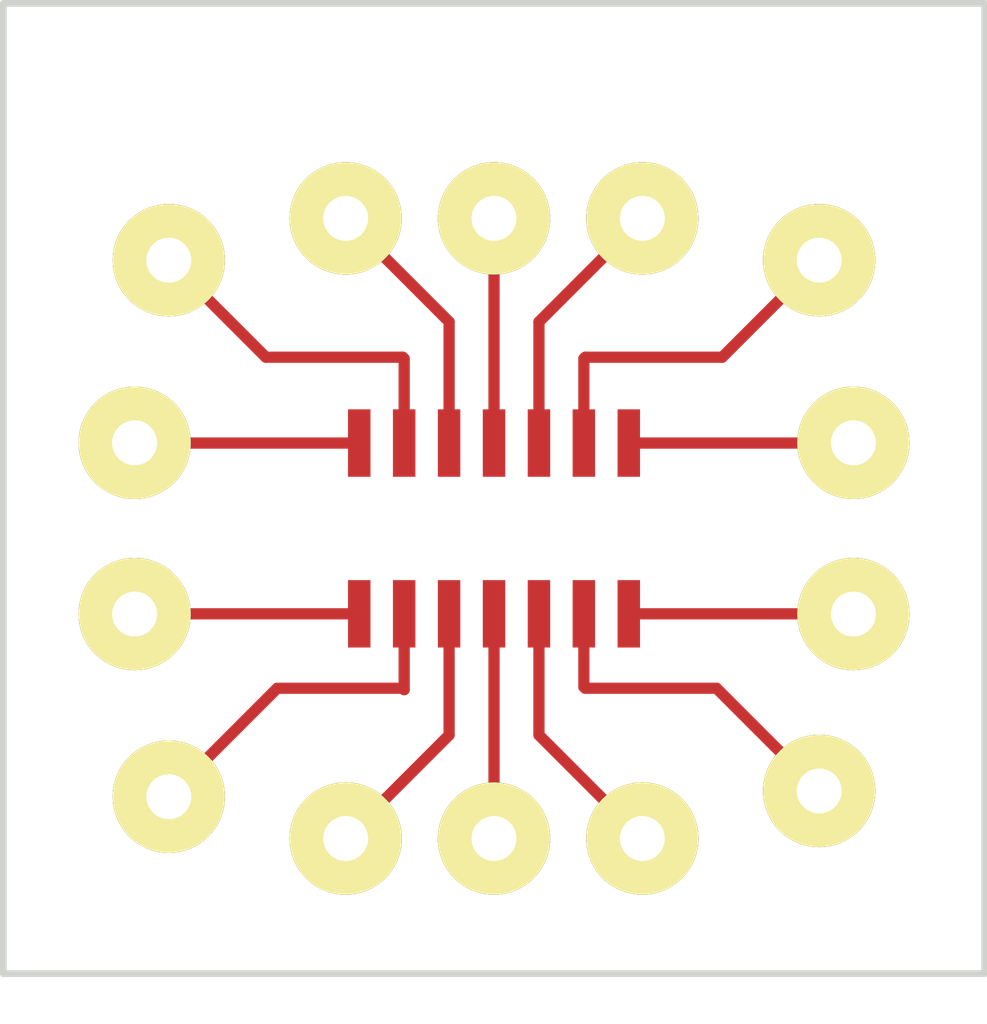
<source format=kicad_pcb>
(kicad_pcb (version 4) (host pcbnew 4.0.2-stable)

  (general
    (links 14)
    (no_connects 0)
    (area 135.099667 94.920999 170.589334 120.736)
    (thickness 1.6)
    (drawings 7)
    (tracks 34)
    (zones 0)
    (modules 15)
    (nets 15)
  )

  (page A4)
  (layers
    (0 F.Cu signal)
    (31 B.Cu signal)
    (32 B.Adhes user)
    (33 F.Adhes user)
    (34 B.Paste user)
    (35 F.Paste user)
    (36 B.SilkS user)
    (37 F.SilkS user)
    (38 B.Mask user)
    (39 F.Mask user)
    (40 Dwgs.User user)
    (41 Cmts.User user)
    (42 Eco1.User user)
    (43 Eco2.User user)
    (44 Edge.Cuts user)
    (45 Margin user)
    (46 B.CrtYd user)
    (47 F.CrtYd user)
    (48 B.Fab user)
    (49 F.Fab user)
  )

  (setup
    (last_trace_width 0.25)
    (trace_clearance 0.2)
    (zone_clearance 0.508)
    (zone_45_only no)
    (trace_min 0.2)
    (segment_width 0.2)
    (edge_width 0.15)
    (via_size 0.6)
    (via_drill 0.4)
    (via_min_size 0.4)
    (via_min_drill 0.3)
    (uvia_size 0.3)
    (uvia_drill 0.1)
    (uvias_allowed no)
    (uvia_min_size 0.2)
    (uvia_min_drill 0.1)
    (pcb_text_width 0.3)
    (pcb_text_size 1.5 1.5)
    (mod_edge_width 0.15)
    (mod_text_size 1 1)
    (mod_text_width 0.15)
    (pad_size 2.5 2.5)
    (pad_drill 1)
    (pad_to_mask_clearance 0.2)
    (aux_axis_origin 0 0)
    (visible_elements FFFFFF7F)
    (pcbplotparams
      (layerselection 0x010f0_80000001)
      (usegerberextensions false)
      (excludeedgelayer true)
      (linewidth 0.100000)
      (plotframeref false)
      (viasonmask false)
      (mode 1)
      (useauxorigin false)
      (hpglpennumber 1)
      (hpglpenspeed 20)
      (hpglpendiameter 15)
      (hpglpenoverlay 2)
      (psnegative false)
      (psa4output false)
      (plotreference true)
      (plotvalue true)
      (plotinvisibletext false)
      (padsonsilk false)
      (subtractmaskfromsilk false)
      (outputformat 4)
      (mirror false)
      (drillshape 0)
      (scaleselection 1)
      (outputdirectory "/Users/yardenc/Documents/Experiments/Imaging/Setup Hardware/Flex Cables/CommFlexPCB/"))
  )

  (net 0 "")
  (net 1 "Net-(P1-Pad1)")
  (net 2 "Net-(P2-Pad1)")
  (net 3 "Net-(P3-Pad1)")
  (net 4 "Net-(P4-Pad1)")
  (net 5 "Net-(P5-Pad1)")
  (net 6 "Net-(P6-Pad1)")
  (net 7 "Net-(P7-Pad1)")
  (net 8 "Net-(P12-Pad1)")
  (net 9 "Net-(P13-Pad1)")
  (net 10 "Net-(P14-Pad1)")
  (net 11 "Net-(P15-Pad1)")
  (net 12 "Net-(P11-Pad1)")
  (net 13 "Net-(P10-Pad1)")
  (net 14 "Net-(P8-Pad2)")

  (net_class Default "This is the default net class."
    (clearance 0.2)
    (trace_width 0.25)
    (via_dia 0.6)
    (via_drill 0.4)
    (uvia_dia 0.3)
    (uvia_drill 0.1)
    (add_net "Net-(P1-Pad1)")
    (add_net "Net-(P10-Pad1)")
    (add_net "Net-(P11-Pad1)")
    (add_net "Net-(P12-Pad1)")
    (add_net "Net-(P13-Pad1)")
    (add_net "Net-(P14-Pad1)")
    (add_net "Net-(P15-Pad1)")
    (add_net "Net-(P2-Pad1)")
    (add_net "Net-(P3-Pad1)")
    (add_net "Net-(P4-Pad1)")
    (add_net "Net-(P5-Pad1)")
    (add_net "Net-(P6-Pad1)")
    (add_net "Net-(P7-Pad1)")
    (add_net "Net-(P8-Pad2)")
  )

  (module singlepad:MyPad (layer F.Cu) (tedit 591F47E9) (tstamp 591C7049)
    (at 140.208 108.585)
    (path /591C71CA)
    (fp_text reference P1 (at 0 0.5) (layer F.SilkS) hide
      (effects (font (size 1 1) (thickness 0.15)))
    )
    (fp_text value CONN_01X01 (at 0 -0.5) (layer F.Fab) hide
      (effects (font (size 1 1) (thickness 0.15)))
    )
    (pad 1 thru_hole circle (at 1.652 -3.81) (size 2.5 2.5) (drill 1) (layers *.Cu *.Mask F.SilkS)
      (net 1 "Net-(P1-Pad1)"))
  )

  (module singlepad:MyPad (layer F.Cu) (tedit 591F48E7) (tstamp 591C704E)
    (at 145.288 104.14)
    (path /591C7192)
    (fp_text reference P2 (at 0 0.5) (layer F.SilkS) hide
      (effects (font (size 1 1) (thickness 0.15)))
    )
    (fp_text value CONN_01X01 (at 0 -0.5) (layer F.Fab) hide
      (effects (font (size 1 1) (thickness 0.15)))
    )
    (pad 1 thru_hole circle (at 1.27 -4.36) (size 2.5 2.5) (drill 1) (layers *.Cu *.Mask F.SilkS)
      (net 2 "Net-(P2-Pad1)"))
  )

  (module singlepad:MyPad (layer F.Cu) (tedit 591F48ED) (tstamp 591C7053)
    (at 151.892 104.14)
    (path /591C715D)
    (fp_text reference P3 (at 0 0.5) (layer F.SilkS) hide
      (effects (font (size 1 1) (thickness 0.15)))
    )
    (fp_text value CONN_01X01 (at 0 -0.5) (layer F.Fab) hide
      (effects (font (size 1 1) (thickness 0.15)))
    )
    (pad 1 thru_hole circle (at 1.27 -4.36) (size 2.5 2.5) (drill 1) (layers *.Cu *.Mask F.SilkS)
      (net 3 "Net-(P3-Pad1)"))
  )

  (module singlepad:MyPad (layer F.Cu) (tedit 591F4846) (tstamp 591C7058)
    (at 157.861 108.585)
    (path /591C712B)
    (fp_text reference P4 (at 0 0.5) (layer F.SilkS) hide
      (effects (font (size 1 1) (thickness 0.15)))
    )
    (fp_text value CONN_01X01 (at 0 -0.5) (layer F.Fab) hide
      (effects (font (size 1 1) (thickness 0.15)))
    )
    (pad 1 thru_hole circle (at -0.001 -3.81) (size 2.5 2.5) (drill 1) (layers *.Cu *.Mask F.SilkS)
      (net 4 "Net-(P4-Pad1)"))
  )

  (module singlepad:MyPad (layer F.Cu) (tedit 591F49F4) (tstamp 591C705D)
    (at 156.337 116.332)
    (path /591C70FC)
    (fp_text reference P5 (at 0 0.5) (layer F.SilkS) hide
      (effects (font (size 1 1) (thickness 0.15)))
    )
    (fp_text value CONN_01X01 (at 0 -0.5) (layer F.Fab) hide
      (effects (font (size 1 1) (thickness 0.15)))
    )
    (pad 1 thru_hole circle (at 0.762 -3.81) (size 2.5 2.5) (drill 1) (layers *.Cu *.Mask F.SilkS)
      (net 5 "Net-(P5-Pad1)"))
  )

  (module singlepad:MyPad (layer F.Cu) (tedit 591F49BF) (tstamp 591C7062)
    (at 148.59 117.221)
    (path /591C70D0)
    (fp_text reference P6 (at 0 0.5) (layer F.SilkS) hide
      (effects (font (size 1 1) (thickness 0.15)))
    )
    (fp_text value CONN_01X01 (at 0 -0.5) (layer F.Fab) hide
      (effects (font (size 1 1) (thickness 0.15)))
    )
    (pad 1 thru_hole circle (at 1.27 -3.641) (size 2.5 2.5) (drill 1) (layers *.Cu *.Mask F.SilkS)
      (net 6 "Net-(P6-Pad1)"))
  )

  (module singlepad:MyPad (layer F.Cu) (tedit 591F4A03) (tstamp 591C7067)
    (at 140.589 116.459)
    (path /591C7004)
    (fp_text reference P7 (at 0 0.5) (layer F.SilkS) hide
      (effects (font (size 1 1) (thickness 0.15)))
    )
    (fp_text value CONN_01X01 (at 0 -0.5) (layer F.Fab) hide
      (effects (font (size 1 1) (thickness 0.15)))
    )
    (pad 1 thru_hole circle (at 2.032 -3.81) (size 2.5 2.5) (drill 1) (layers *.Cu *.Mask F.SilkS)
      (net 7 "Net-(P7-Pad1)"))
  )

  (module MezzaPede:MezzaPedeDHS (layer F.Cu) (tedit 59231419) (tstamp 591C7079)
    (at 149.86 106.68)
    (path /591C6B6D)
    (fp_text reference P8 (at 1.905 0) (layer F.SilkS) hide
      (effects (font (size 1 1) (thickness 0.15)))
    )
    (fp_text value CONN_02X07 (at 15.621 13.081) (layer F.Fab) hide
      (effects (font (size 1 1) (thickness 0.15)))
    )
    (pad 8 smd rect (at 3 1.9) (size 0.5 1.5) (layers F.Cu F.Paste F.Mask)
      (net 8 "Net-(P12-Pad1)"))
    (pad 9 smd rect (at 2 1.9) (size 0.5 1.5) (layers F.Cu F.Paste F.Mask)
      (net 5 "Net-(P5-Pad1)"))
    (pad 10 smd rect (at 1 1.9) (size 0.5 1.5) (layers F.Cu F.Paste F.Mask)
      (net 9 "Net-(P13-Pad1)"))
    (pad 11 smd rect (at 0 1.9) (size 0.5 1.5) (layers F.Cu F.Paste F.Mask)
      (net 6 "Net-(P6-Pad1)"))
    (pad 12 smd rect (at -1 1.9) (size 0.5 1.5) (layers F.Cu F.Paste F.Mask)
      (net 10 "Net-(P14-Pad1)"))
    (pad 13 smd rect (at -2 1.9) (size 0.5 1.5) (layers F.Cu F.Paste F.Mask)
      (net 7 "Net-(P7-Pad1)"))
    (pad 14 smd rect (at -3 1.9) (size 0.5 1.5) (layers F.Cu F.Paste F.Mask)
      (net 11 "Net-(P15-Pad1)"))
    (pad 7 smd rect (at 3 -1.9) (size 0.5 1.5) (layers F.Cu F.Paste F.Mask)
      (net 4 "Net-(P4-Pad1)"))
    (pad 6 smd rect (at 2 -1.9) (size 0.5 1.5) (layers F.Cu F.Paste F.Mask)
      (net 12 "Net-(P11-Pad1)"))
    (pad 5 smd rect (at 1 -1.9) (size 0.5 1.5) (layers F.Cu F.Paste F.Mask)
      (net 3 "Net-(P3-Pad1)"))
    (pad 4 smd rect (at 0 -1.9) (size 0.5 1.5) (layers F.Cu F.Paste F.Mask)
      (net 13 "Net-(P10-Pad1)"))
    (pad 3 smd rect (at -1 -1.9) (size 0.5 1.5) (layers F.Cu F.Paste F.Mask)
      (net 2 "Net-(P2-Pad1)"))
    (pad 2 smd rect (at -2 -1.9) (size 0.5 1.5) (layers F.Cu F.Paste F.Mask)
      (net 14 "Net-(P8-Pad2)"))
    (pad 1 smd rect (at -3 -1.9) (size 0.5 1.5) (layers F.Cu F.Paste F.Mask)
      (net 1 "Net-(P1-Pad1)"))
  )

  (module singlepad:MyPad (layer F.Cu) (tedit 591F49FC) (tstamp 591C707E)
    (at 141.351 104.521)
    (path /591C6DFB)
    (fp_text reference P9 (at 0 0.5) (layer F.SilkS) hide
      (effects (font (size 1 1) (thickness 0.15)))
    )
    (fp_text value CONN_01X01 (at 0 -0.5) (layer F.Fab) hide
      (effects (font (size 1 1) (thickness 0.15)))
    )
    (pad 1 thru_hole circle (at 1.27 -3.81) (size 2.5 2.5) (drill 1) (layers *.Cu *.Mask F.SilkS)
      (net 14 "Net-(P8-Pad2)"))
  )

  (module singlepad:MyPad (layer F.Cu) (tedit 591F48DB) (tstamp 591C7083)
    (at 148.59 104.013)
    (path /591C6E27)
    (fp_text reference P10 (at 0 0.5) (layer F.SilkS) hide
      (effects (font (size 1 1) (thickness 0.15)))
    )
    (fp_text value CONN_01X01 (at 0 -0.5) (layer F.Fab) hide
      (effects (font (size 1 1) (thickness 0.15)))
    )
    (pad 1 thru_hole circle (at 1.27 -4.233) (size 2.5 2.5) (drill 1) (layers *.Cu *.Mask F.SilkS)
      (net 13 "Net-(P10-Pad1)"))
  )

  (module singlepad:MyPad (layer F.Cu) (tedit 591F490E) (tstamp 591C7088)
    (at 155.829 104.14)
    (path /591C6E42)
    (fp_text reference P11 (at 0 0.5) (layer F.SilkS) hide
      (effects (font (size 1 1) (thickness 0.15)))
    )
    (fp_text value CONN_01X01 (at 0 -0.5) (layer F.Fab) hide
      (effects (font (size 1 1) (thickness 0.15)))
    )
    (pad 1 thru_hole circle (at 1.27 -3.429) (size 2.5 2.5) (drill 1) (layers *.Cu *.Mask F.SilkS)
      (net 12 "Net-(P11-Pad1)"))
  )

  (module singlepad:MyPad (layer F.Cu) (tedit 591F484F) (tstamp 591C708D)
    (at 157.861 112.395)
    (path /591C6E5C)
    (fp_text reference P12 (at 0 0.5) (layer F.SilkS) hide
      (effects (font (size 1 1) (thickness 0.15)))
    )
    (fp_text value CONN_01X01 (at 0 -0.5) (layer F.Fab) hide
      (effects (font (size 1 1) (thickness 0.15)))
    )
    (pad 1 thru_hole circle (at -0.001 -3.81) (size 2.5 2.5) (drill 1) (layers *.Cu *.Mask F.SilkS)
      (net 8 "Net-(P12-Pad1)"))
  )

  (module singlepad:MyPad (layer F.Cu) (tedit 591F49E1) (tstamp 591C7092)
    (at 151.892 117.475)
    (path /591C6E79)
    (fp_text reference P13 (at 0 0.5) (layer F.SilkS) hide
      (effects (font (size 1 1) (thickness 0.15)))
    )
    (fp_text value CONN_01X01 (at 0 -0.5) (layer F.Fab) hide
      (effects (font (size 1 1) (thickness 0.15)))
    )
    (pad 1 thru_hole circle (at 1.27 -3.895) (size 2.5 2.5) (drill 1) (layers *.Cu *.Mask F.SilkS)
      (net 9 "Net-(P13-Pad1)"))
  )

  (module singlepad:MyPad (layer F.Cu) (tedit 591F49CE) (tstamp 591C7097)
    (at 145.288 117.094)
    (path /591C6E99)
    (fp_text reference P14 (at 0 0.5) (layer F.SilkS) hide
      (effects (font (size 1 1) (thickness 0.15)))
    )
    (fp_text value CONN_01X01 (at 0 -0.5) (layer F.Fab) hide
      (effects (font (size 1 1) (thickness 0.15)))
    )
    (pad 1 thru_hole circle (at 1.27 -3.514) (size 2.5 2.5) (drill 1) (layers *.Cu *.Mask F.SilkS)
      (net 10 "Net-(P14-Pad1)"))
  )

  (module singlepad:MyPad (layer F.Cu) (tedit 591F47FA) (tstamp 591C709C)
    (at 140.208 112.395)
    (path /591C6EBC)
    (fp_text reference P15 (at 0 0.5) (layer F.SilkS) hide
      (effects (font (size 1 1) (thickness 0.15)))
    )
    (fp_text value CONN_01X01 (at 0 -0.5) (layer F.Fab) hide
      (effects (font (size 1 1) (thickness 0.15)))
    )
    (pad 1 thru_hole circle (at 1.652 -3.81) (size 2.5 2.5) (drill 1) (layers *.Cu *.Mask F.SilkS)
      (net 11 "Net-(P15-Pad1)"))
  )

  (gr_line (start 160.782 96.52) (end 160.782 94.996) (angle 90) (layer Edge.Cuts) (width 0.15))
  (gr_line (start 138.938 96.52) (end 138.938 94.996) (angle 90) (layer Edge.Cuts) (width 0.15))
  (gr_line (start 138.938 96.52) (end 138.938 97.536) (angle 90) (layer Edge.Cuts) (width 0.15))
  (gr_line (start 160.782 94.996) (end 138.938 94.996) (angle 90) (layer Edge.Cuts) (width 0.15))
  (gr_line (start 160.782 116.586) (end 160.782 96.52) (angle 90) (layer Edge.Cuts) (width 0.15))
  (gr_line (start 138.938 116.586) (end 160.782 116.586) (angle 90) (layer Edge.Cuts) (width 0.15))
  (gr_line (start 138.938 97.536) (end 138.938 116.586) (angle 90) (layer Edge.Cuts) (width 0.15))

  (segment (start 146.86 104.78) (end 141.865 104.78) (width 0.25) (layer F.Cu) (net 1))
  (segment (start 141.865 104.78) (end 141.86 104.775) (width 0.25) (layer F.Cu) (net 1) (tstamp 591F4825))
  (segment (start 148.86 104.78) (end 148.86 102.082) (width 0.25) (layer F.Cu) (net 2))
  (segment (start 148.86 102.082) (end 146.558 99.78) (width 0.25) (layer F.Cu) (net 2) (tstamp 591F496C))
  (segment (start 150.86 104.78) (end 150.86 102.082) (width 0.25) (layer F.Cu) (net 3))
  (segment (start 150.86 102.082) (end 153.162 99.78) (width 0.25) (layer F.Cu) (net 3) (tstamp 591F4967))
  (segment (start 152.86 104.78) (end 157.855 104.78) (width 0.25) (layer F.Cu) (net 4))
  (segment (start 157.855 104.78) (end 157.86 104.775) (width 0.25) (layer F.Cu) (net 4) (tstamp 591F495B))
  (segment (start 151.86 108.58) (end 151.86 110.204) (width 0.25) (layer F.Cu) (net 5))
  (segment (start 154.813 110.236) (end 157.099 112.522) (width 0.25) (layer F.Cu) (net 5) (tstamp 591F4A4C))
  (segment (start 151.892 110.236) (end 154.813 110.236) (width 0.25) (layer F.Cu) (net 5) (tstamp 591F4A4B))
  (segment (start 151.86 110.204) (end 151.892 110.236) (width 0.25) (layer F.Cu) (net 5) (tstamp 591F4A47))
  (segment (start 149.86 108.58) (end 149.86 113.58) (width 0.25) (layer F.Cu) (net 6))
  (segment (start 147.86 108.58) (end 147.86 110.268) (width 0.25) (layer F.Cu) (net 7))
  (segment (start 145.034 110.236) (end 142.621 112.649) (width 0.25) (layer F.Cu) (net 7) (tstamp 591F4A41))
  (segment (start 147.828 110.236) (end 145.034 110.236) (width 0.25) (layer F.Cu) (net 7) (tstamp 591F4A3C))
  (segment (start 147.86 110.268) (end 147.828 110.236) (width 0.25) (layer F.Cu) (net 7) (tstamp 591F4A36))
  (segment (start 152.86 108.58) (end 157.855 108.58) (width 0.25) (layer F.Cu) (net 8))
  (segment (start 157.855 108.58) (end 157.86 108.585) (width 0.25) (layer F.Cu) (net 8) (tstamp 591F495E))
  (segment (start 150.86 108.58) (end 150.86 111.278) (width 0.25) (layer F.Cu) (net 9))
  (segment (start 150.86 111.278) (end 153.162 113.58) (width 0.25) (layer F.Cu) (net 9) (tstamp 591F4A2B))
  (segment (start 148.86 108.58) (end 148.86 111.278) (width 0.25) (layer F.Cu) (net 10))
  (segment (start 148.86 111.278) (end 146.558 113.58) (width 0.25) (layer F.Cu) (net 10) (tstamp 591F4A27))
  (segment (start 146.86 108.58) (end 141.865 108.58) (width 0.25) (layer F.Cu) (net 11))
  (segment (start 141.865 108.58) (end 141.86 108.585) (width 0.25) (layer F.Cu) (net 11) (tstamp 591F4822))
  (segment (start 151.86 104.78) (end 151.86 102.902) (width 0.25) (layer F.Cu) (net 12))
  (segment (start 154.94 102.87) (end 157.099 100.711) (width 0.25) (layer F.Cu) (net 12) (tstamp 591F4989))
  (segment (start 151.892 102.87) (end 154.94 102.87) (width 0.25) (layer F.Cu) (net 12) (tstamp 591F4986))
  (segment (start 151.86 102.902) (end 151.892 102.87) (width 0.25) (layer F.Cu) (net 12) (tstamp 591F4983))
  (segment (start 149.86 104.78) (end 149.86 99.78) (width 0.25) (layer F.Cu) (net 13))
  (segment (start 147.86 104.78) (end 147.86 102.902) (width 0.25) (layer F.Cu) (net 14))
  (segment (start 144.78 102.87) (end 142.621 100.711) (width 0.25) (layer F.Cu) (net 14) (tstamp 591F497F))
  (segment (start 147.828 102.87) (end 144.78 102.87) (width 0.25) (layer F.Cu) (net 14) (tstamp 591F497C))
  (segment (start 147.86 102.902) (end 147.828 102.87) (width 0.25) (layer F.Cu) (net 14) (tstamp 591F4976))

)

</source>
